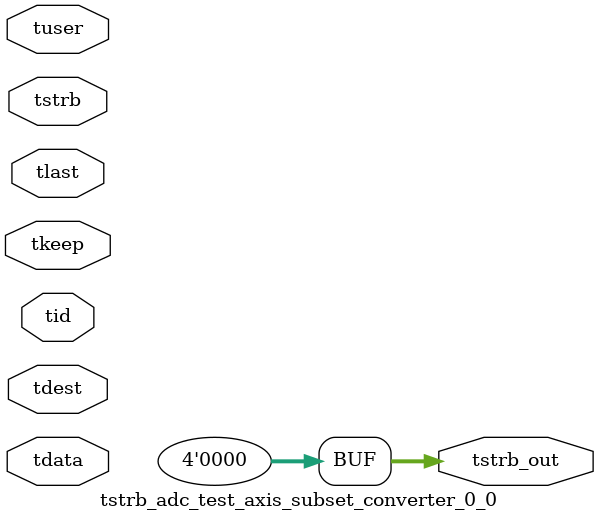
<source format=v>


`timescale 1ps/1ps

module tstrb_adc_test_axis_subset_converter_0_0 #
(
parameter C_S_AXIS_TDATA_WIDTH = 32,
parameter C_S_AXIS_TUSER_WIDTH = 0,
parameter C_S_AXIS_TID_WIDTH   = 0,
parameter C_S_AXIS_TDEST_WIDTH = 0,
parameter C_M_AXIS_TDATA_WIDTH = 32
)
(
input  [(C_S_AXIS_TDATA_WIDTH == 0 ? 1 : C_S_AXIS_TDATA_WIDTH)-1:0     ] tdata,
input  [(C_S_AXIS_TUSER_WIDTH == 0 ? 1 : C_S_AXIS_TUSER_WIDTH)-1:0     ] tuser,
input  [(C_S_AXIS_TID_WIDTH   == 0 ? 1 : C_S_AXIS_TID_WIDTH)-1:0       ] tid,
input  [(C_S_AXIS_TDEST_WIDTH == 0 ? 1 : C_S_AXIS_TDEST_WIDTH)-1:0     ] tdest,
input  [(C_S_AXIS_TDATA_WIDTH/8)-1:0 ] tkeep,
input  [(C_S_AXIS_TDATA_WIDTH/8)-1:0 ] tstrb,
input                                                                    tlast,
output [(C_M_AXIS_TDATA_WIDTH/8)-1:0 ] tstrb_out
);

assign tstrb_out = {1'b0};

endmodule


</source>
